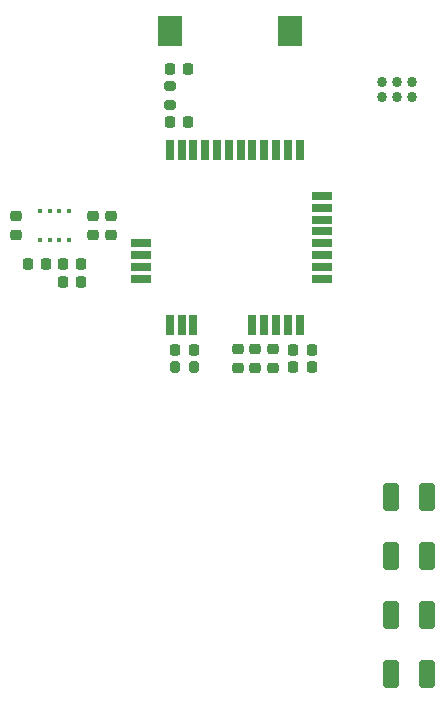
<source format=gbr>
%TF.GenerationSoftware,KiCad,Pcbnew,7.0.6*%
%TF.CreationDate,2023-11-18T03:16:50+01:00*%
%TF.ProjectId,LoRa_Sensor,4c6f5261-5f53-4656-9e73-6f722e6b6963,rev?*%
%TF.SameCoordinates,Original*%
%TF.FileFunction,Paste,Top*%
%TF.FilePolarity,Positive*%
%FSLAX46Y46*%
G04 Gerber Fmt 4.6, Leading zero omitted, Abs format (unit mm)*
G04 Created by KiCad (PCBNEW 7.0.6) date 2023-11-18 03:16:50*
%MOMM*%
%LPD*%
G01*
G04 APERTURE LIST*
G04 Aperture macros list*
%AMRoundRect*
0 Rectangle with rounded corners*
0 $1 Rounding radius*
0 $2 $3 $4 $5 $6 $7 $8 $9 X,Y pos of 4 corners*
0 Add a 4 corners polygon primitive as box body*
4,1,4,$2,$3,$4,$5,$6,$7,$8,$9,$2,$3,0*
0 Add four circle primitives for the rounded corners*
1,1,$1+$1,$2,$3*
1,1,$1+$1,$4,$5*
1,1,$1+$1,$6,$7*
1,1,$1+$1,$8,$9*
0 Add four rect primitives between the rounded corners*
20,1,$1+$1,$2,$3,$4,$5,0*
20,1,$1+$1,$4,$5,$6,$7,0*
20,1,$1+$1,$6,$7,$8,$9,0*
20,1,$1+$1,$8,$9,$2,$3,0*%
G04 Aperture macros list end*
%ADD10RoundRect,0.250000X0.412500X0.925000X-0.412500X0.925000X-0.412500X-0.925000X0.412500X-0.925000X0*%
%ADD11RoundRect,0.225000X-0.250000X0.225000X-0.250000X-0.225000X0.250000X-0.225000X0.250000X0.225000X0*%
%ADD12RoundRect,0.218750X-0.218750X-0.256250X0.218750X-0.256250X0.218750X0.256250X-0.218750X0.256250X0*%
%ADD13RoundRect,0.225000X0.250000X-0.225000X0.250000X0.225000X-0.250000X0.225000X-0.250000X-0.225000X0*%
%ADD14RoundRect,0.225000X-0.225000X-0.250000X0.225000X-0.250000X0.225000X0.250000X-0.225000X0.250000X0*%
%ADD15R,2.000000X2.500000*%
%ADD16RoundRect,0.225000X0.225000X0.250000X-0.225000X0.250000X-0.225000X-0.250000X0.225000X-0.250000X0*%
%ADD17C,0.863000*%
%ADD18RoundRect,0.200000X0.275000X-0.200000X0.275000X0.200000X-0.275000X0.200000X-0.275000X-0.200000X0*%
%ADD19R,0.400000X0.400000*%
%ADD20RoundRect,0.200000X0.200000X0.275000X-0.200000X0.275000X-0.200000X-0.275000X0.200000X-0.275000X0*%
%ADD21R,0.700000X1.800000*%
%ADD22R,1.800000X0.700000*%
G04 APERTURE END LIST*
D10*
%TO.C,C7*%
X126537500Y-92000000D03*
X123462500Y-92000000D03*
%TD*%
%TO.C,C6*%
X126537500Y-97000000D03*
X123462500Y-97000000D03*
%TD*%
D11*
%TO.C,R4*%
X110500000Y-79475000D03*
X110500000Y-81025000D03*
%TD*%
D12*
%TO.C,D1*%
X105212500Y-79500000D03*
X106787500Y-79500000D03*
%TD*%
D13*
%TO.C,R8*%
X91750000Y-69775000D03*
X91750000Y-68225000D03*
%TD*%
D14*
%TO.C,C10*%
X104750000Y-60250000D03*
X106300000Y-60250000D03*
%TD*%
D15*
%TO.C,ANT1*%
X104750000Y-52550000D03*
X114950000Y-52550000D03*
%TD*%
D16*
%TO.C,C2*%
X116775000Y-79500000D03*
X115225000Y-79500000D03*
%TD*%
D13*
%TO.C,R1*%
X113500000Y-81025000D03*
X113500000Y-79475000D03*
%TD*%
D17*
%TO.C,J2*%
X125250000Y-56881000D03*
X125250000Y-58151000D03*
X123980000Y-56881000D03*
X123980000Y-58151000D03*
X122710000Y-56881000D03*
X122710000Y-58151000D03*
%TD*%
D18*
%TO.C,R2*%
X104750000Y-58825000D03*
X104750000Y-57175000D03*
%TD*%
D14*
%TO.C,C11*%
X104750000Y-55750000D03*
X106300000Y-55750000D03*
%TD*%
D13*
%TO.C,R6*%
X98250000Y-69775000D03*
X98250000Y-68225000D03*
%TD*%
D19*
%TO.C,IC1*%
X93800000Y-67800000D03*
X94600000Y-67800000D03*
X95400000Y-67800000D03*
X96200000Y-67800000D03*
X96200000Y-70200000D03*
X95400000Y-70200000D03*
X94600000Y-70200000D03*
X93800000Y-70200000D03*
%TD*%
D14*
%TO.C,R3*%
X95725000Y-73750000D03*
X97275000Y-73750000D03*
%TD*%
D10*
%TO.C,C4*%
X126537500Y-107000000D03*
X123462500Y-107000000D03*
%TD*%
D13*
%TO.C,R7*%
X99750000Y-69775000D03*
X99750000Y-68225000D03*
%TD*%
D16*
%TO.C,C1*%
X116775000Y-81000000D03*
X115225000Y-81000000D03*
%TD*%
D14*
%TO.C,C9*%
X95725000Y-72250000D03*
X97275000Y-72250000D03*
%TD*%
D20*
%TO.C,R5*%
X106825000Y-81000000D03*
X105175000Y-81000000D03*
%TD*%
D21*
%TO.C,U1*%
X115750000Y-62600000D03*
X114750000Y-62600000D03*
X113750000Y-62600000D03*
X112750000Y-62600000D03*
X111750000Y-62600000D03*
X110750000Y-62600000D03*
X109750000Y-62600000D03*
X108750000Y-62600000D03*
X107750000Y-62600000D03*
X106750000Y-62600000D03*
X105750000Y-62600000D03*
X104750000Y-62600000D03*
D22*
X102350000Y-70500000D03*
X102350000Y-71500000D03*
X102350000Y-72500000D03*
X102350000Y-73500000D03*
D21*
X104750000Y-77400000D03*
X105750000Y-77400000D03*
X106750000Y-77400000D03*
X111750000Y-77400000D03*
X112750000Y-77400000D03*
X113750000Y-77400000D03*
X114750000Y-77400000D03*
X115750000Y-77400000D03*
D22*
X117650000Y-73500000D03*
X117650000Y-72500000D03*
X117650000Y-71500000D03*
X117650000Y-70500000D03*
X117650000Y-69500000D03*
X117650000Y-68500000D03*
X117650000Y-67500000D03*
X117650000Y-66500000D03*
%TD*%
D11*
%TO.C,C3*%
X112000000Y-79475000D03*
X112000000Y-81025000D03*
%TD*%
D14*
%TO.C,C8*%
X92725000Y-72250000D03*
X94275000Y-72250000D03*
%TD*%
D10*
%TO.C,C5*%
X126537500Y-102000000D03*
X123462500Y-102000000D03*
%TD*%
M02*

</source>
